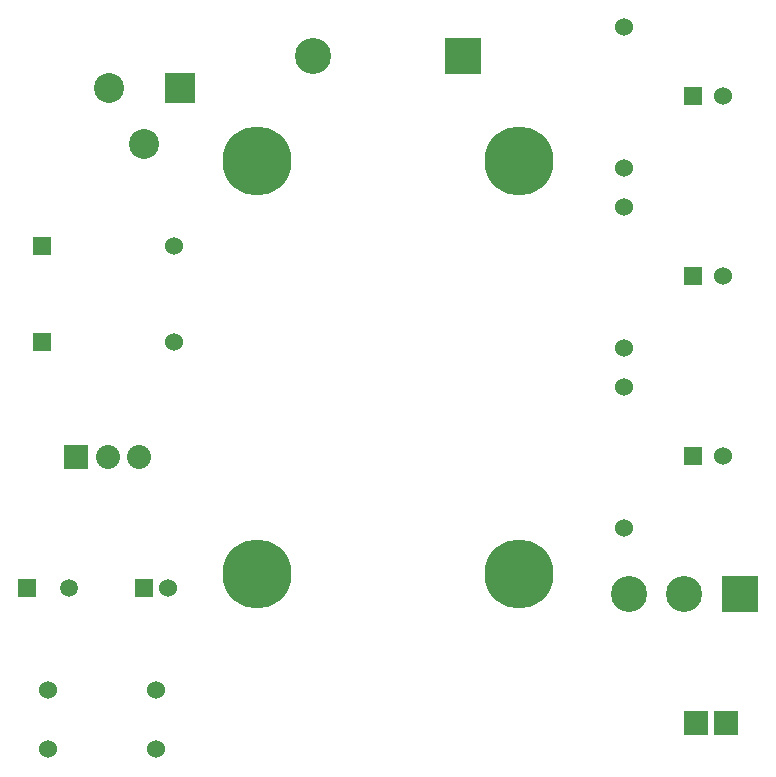
<source format=gbr>
G04 #@! TF.FileFunction,Soldermask,Bot*
%FSLAX46Y46*%
G04 Gerber Fmt 4.6, Leading zero omitted, Abs format (unit mm)*
G04 Created by KiCad (PCBNEW (2015-08-21 BZR 6112)-product) date 2015 October 20, Tuesday 21:40:53*
%MOMM*%
G01*
G04 APERTURE LIST*
%ADD10C,0.100000*%
%ADD11C,5.842000*%
%ADD12C,3.048000*%
%ADD13R,3.048000X3.048000*%
%ADD14R,1.500000X1.500000*%
%ADD15C,1.500000*%
%ADD16C,1.524000*%
%ADD17R,1.524000X1.524000*%
%ADD18C,2.540000*%
%ADD19R,2.540000X2.540000*%
%ADD20R,2.032000X2.032000*%
%ADD21C,2.032000*%
G04 APERTURE END LIST*
D10*
D11*
X134493000Y-117652800D03*
X134493000Y-82727800D03*
X156718000Y-117652800D03*
X156718000Y-82727800D03*
D12*
X139255500Y-73837800D03*
D13*
X151955500Y-73837800D03*
D14*
X115090000Y-118872000D03*
D15*
X118590000Y-118872000D03*
D16*
X116840000Y-127548000D03*
X116840000Y-132548000D03*
X125984000Y-127548000D03*
X125984000Y-132548000D03*
D17*
X124984000Y-118872000D03*
D16*
X126984000Y-118872000D03*
X127508000Y-89916000D03*
D17*
X116332000Y-89916000D03*
D16*
X127508000Y-98044000D03*
D17*
X116332000Y-98044000D03*
D16*
X173990000Y-107696000D03*
D17*
X171450000Y-107696000D03*
D16*
X173990000Y-92456000D03*
D17*
X171450000Y-92456000D03*
D16*
X173990000Y-77216000D03*
D17*
X171450000Y-77216000D03*
D18*
X125000000Y-81282000D03*
X122000000Y-76582000D03*
D19*
X128000000Y-76582000D03*
D20*
X171704000Y-130302000D03*
X174244000Y-130302000D03*
D16*
X165608000Y-113792000D03*
X165608000Y-101854000D03*
X165608000Y-98552000D03*
X165608000Y-86614000D03*
X165608000Y-83312000D03*
X165608000Y-71374000D03*
D12*
X170688000Y-119380000D03*
X165989000Y-119380000D03*
D13*
X175387000Y-119380000D03*
D20*
X119216000Y-107798000D03*
D21*
X121886000Y-107798000D03*
X124556000Y-107798000D03*
M02*

</source>
